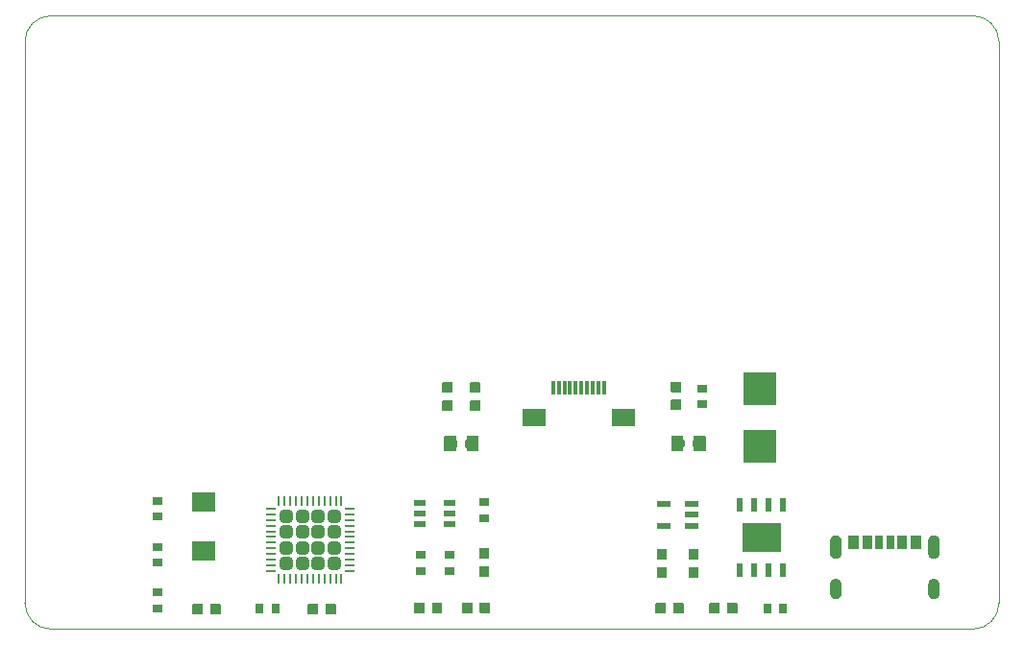
<source format=gbr>
%TF.GenerationSoftware,KiCad,Pcbnew,(6.0.2)*%
%TF.CreationDate,2022-03-14T13:43:41+08:00*%
%TF.ProjectId,game,67616d65-2e6b-4696-9361-645f70636258,0.1*%
%TF.SameCoordinates,Original*%
%TF.FileFunction,Paste,Bot*%
%TF.FilePolarity,Positive*%
%FSLAX46Y46*%
G04 Gerber Fmt 4.6, Leading zero omitted, Abs format (unit mm)*
G04 Created by KiCad (PCBNEW (6.0.2)) date 2022-03-14 13:43:41*
%MOMM*%
%LPD*%
G01*
G04 APERTURE LIST*
G04 Aperture macros list*
%AMRoundRect*
0 Rectangle with rounded corners*
0 $1 Rounding radius*
0 $2 $3 $4 $5 $6 $7 $8 $9 X,Y pos of 4 corners*
0 Add a 4 corners polygon primitive as box body*
4,1,4,$2,$3,$4,$5,$6,$7,$8,$9,$2,$3,0*
0 Add four circle primitives for the rounded corners*
1,1,$1+$1,$2,$3*
1,1,$1+$1,$4,$5*
1,1,$1+$1,$6,$7*
1,1,$1+$1,$8,$9*
0 Add four rect primitives between the rounded corners*
20,1,$1+$1,$2,$3,$4,$5,0*
20,1,$1+$1,$4,$5,$6,$7,0*
20,1,$1+$1,$6,$7,$8,$9,0*
20,1,$1+$1,$8,$9,$2,$3,0*%
G04 Aperture macros list end*
%TA.AperFunction,Profile*%
%ADD10C,0.100000*%
%TD*%
%ADD11R,2.032000X1.778000*%
%ADD12R,0.864000X0.806000*%
%ADD13RoundRect,0.250000X-0.315000X0.315000X-0.315000X-0.315000X0.315000X-0.315000X0.315000X0.315000X0*%
%ADD14RoundRect,0.062500X-0.062500X0.375000X-0.062500X-0.375000X0.062500X-0.375000X0.062500X0.375000X0*%
%ADD15RoundRect,0.062500X-0.375000X0.062500X-0.375000X-0.062500X0.375000X-0.062500X0.375000X0.062500X0*%
%ADD16R,0.900000X0.800000*%
%ADD17O,1.000000X2.100000*%
%ADD18O,1.000000X1.800000*%
%ADD19R,0.700000X1.200000*%
%ADD20R,0.800000X1.200000*%
%ADD21R,0.900000X1.200000*%
%ADD22R,0.300000X1.300000*%
%ADD23R,2.000000X1.600000*%
%ADD24R,1.150000X0.600000*%
%ADD25R,0.806000X0.864000*%
%ADD26R,1.133000X1.377000*%
%ADD27R,0.800000X0.900000*%
%ADD28R,1.100000X0.600000*%
%ADD29R,0.600000X1.200000*%
%ADD30R,3.500000X2.500000*%
%ADD31R,3.000000X3.000000*%
G04 APERTURE END LIST*
D10*
X109550200Y-123291600D02*
X190830200Y-123291600D01*
X190830200Y-123291600D02*
G75*
G03*
X193116200Y-121005600I0J2286000D01*
G01*
X193116200Y-71475600D02*
X193116200Y-121005600D01*
X107264200Y-71475600D02*
X107264200Y-121005600D01*
X193116200Y-71475600D02*
G75*
G03*
X190830200Y-69189600I-2286000J0D01*
G01*
X109550200Y-69189600D02*
X190830200Y-69189600D01*
X107264200Y-121005600D02*
G75*
G03*
X109550200Y-123291600I2286000J0D01*
G01*
X109550200Y-69189600D02*
G75*
G03*
X107264200Y-71475600I0J-2286000D01*
G01*
%TO.C,R1*%
G36*
X164470800Y-103432600D02*
G01*
X164800800Y-103432600D01*
X164800800Y-103062600D01*
X165042800Y-103062600D01*
X165092800Y-103112600D01*
X165092800Y-103912600D01*
X165042800Y-103962600D01*
X164242800Y-103962600D01*
X164192800Y-103912600D01*
X164192800Y-103112600D01*
X164242800Y-103062600D01*
X164470800Y-103062600D01*
X164470800Y-103432600D01*
G37*
G36*
X165092800Y-101522600D02*
G01*
X165092800Y-102312600D01*
X165042800Y-102362600D01*
X164800800Y-102362600D01*
X164800800Y-101982600D01*
X164470800Y-101982600D01*
X164470800Y-102362600D01*
X164242800Y-102362600D01*
X164192800Y-102312600D01*
X164192800Y-101522600D01*
X164242800Y-101472600D01*
X165042800Y-101472600D01*
X165092800Y-101522600D01*
G37*
%TO.C,J2*%
G36*
X182905800Y-116261000D02*
G01*
X182205800Y-116261000D01*
X182205800Y-115061000D01*
X182905800Y-115061000D01*
X182905800Y-116261000D01*
G37*
G36*
X178772800Y-118862000D02*
G01*
X178797800Y-118865000D01*
X178822800Y-118869000D01*
X178846800Y-118874000D01*
X178870800Y-118880000D01*
X178894800Y-118887000D01*
X178918800Y-118896000D01*
X178941800Y-118905000D01*
X178963800Y-118916000D01*
X178985800Y-118928000D01*
X179006800Y-118941000D01*
X179027800Y-118955000D01*
X179047800Y-118970000D01*
X179066800Y-118986000D01*
X179084800Y-119003000D01*
X179102800Y-119021000D01*
X179134800Y-119059000D01*
X179148800Y-119079000D01*
X179162800Y-119100000D01*
X179186800Y-119144000D01*
X179196800Y-119167000D01*
X179205800Y-119190000D01*
X179213800Y-119214000D01*
X179220800Y-119238000D01*
X179225800Y-119262000D01*
X179229800Y-119287000D01*
X179233800Y-119311000D01*
X179235800Y-119361000D01*
X179235800Y-120161000D01*
X179233800Y-120211000D01*
X179229800Y-120236000D01*
X179225800Y-120260000D01*
X179220800Y-120284000D01*
X179213800Y-120308000D01*
X179205800Y-120332000D01*
X179196800Y-120355000D01*
X179186800Y-120378000D01*
X179162800Y-120422000D01*
X179148800Y-120443000D01*
X179134800Y-120463000D01*
X179102800Y-120501000D01*
X179084800Y-120519000D01*
X179066800Y-120536000D01*
X179047800Y-120552000D01*
X179027800Y-120567000D01*
X179006800Y-120581000D01*
X178985800Y-120594000D01*
X178963800Y-120606000D01*
X178941800Y-120617000D01*
X178918800Y-120626000D01*
X178894800Y-120635000D01*
X178870800Y-120642000D01*
X178846800Y-120648000D01*
X178822800Y-120653000D01*
X178797800Y-120657000D01*
X178772800Y-120660000D01*
X178748800Y-120661000D01*
X178723800Y-120661000D01*
X178698800Y-120660000D01*
X178673800Y-120657000D01*
X178648800Y-120653000D01*
X178624800Y-120648000D01*
X178600800Y-120642000D01*
X178576800Y-120635000D01*
X178552800Y-120626000D01*
X178529800Y-120617000D01*
X178507800Y-120606000D01*
X178485800Y-120594000D01*
X178464800Y-120581000D01*
X178443800Y-120567000D01*
X178423800Y-120552000D01*
X178404800Y-120536000D01*
X178386800Y-120519000D01*
X178369800Y-120501000D01*
X178352800Y-120482000D01*
X178336800Y-120463000D01*
X178322800Y-120443000D01*
X178308800Y-120422000D01*
X178296800Y-120400000D01*
X178285800Y-120378000D01*
X178274800Y-120355000D01*
X178265800Y-120332000D01*
X178257800Y-120308000D01*
X178245800Y-120260000D01*
X178241800Y-120236000D01*
X178238800Y-120211000D01*
X178236800Y-120186000D01*
X178235800Y-120161000D01*
X178235800Y-119361000D01*
X178236800Y-119336000D01*
X178238800Y-119311000D01*
X178241800Y-119287000D01*
X178245800Y-119262000D01*
X178257800Y-119214000D01*
X178265800Y-119190000D01*
X178274800Y-119167000D01*
X178285800Y-119144000D01*
X178296800Y-119122000D01*
X178308800Y-119100000D01*
X178322800Y-119079000D01*
X178336800Y-119059000D01*
X178352800Y-119040000D01*
X178369800Y-119021000D01*
X178386800Y-119003000D01*
X178404800Y-118986000D01*
X178423800Y-118970000D01*
X178443800Y-118955000D01*
X178464800Y-118941000D01*
X178485800Y-118928000D01*
X178507800Y-118916000D01*
X178529800Y-118905000D01*
X178552800Y-118896000D01*
X178576800Y-118887000D01*
X178600800Y-118880000D01*
X178624800Y-118874000D01*
X178648800Y-118869000D01*
X178673800Y-118865000D01*
X178698800Y-118862000D01*
X178723800Y-118861000D01*
X178748800Y-118861000D01*
X178772800Y-118862000D01*
G37*
G36*
X187412800Y-118862000D02*
G01*
X187437800Y-118865000D01*
X187462800Y-118869000D01*
X187486800Y-118874000D01*
X187510800Y-118880000D01*
X187534800Y-118887000D01*
X187558800Y-118896000D01*
X187581800Y-118905000D01*
X187603800Y-118916000D01*
X187625800Y-118928000D01*
X187646800Y-118941000D01*
X187667800Y-118955000D01*
X187687800Y-118970000D01*
X187706800Y-118986000D01*
X187724800Y-119003000D01*
X187741800Y-119021000D01*
X187758800Y-119040000D01*
X187773800Y-119059000D01*
X187788800Y-119079000D01*
X187802800Y-119100000D01*
X187814800Y-119122000D01*
X187825800Y-119144000D01*
X187836800Y-119167000D01*
X187845800Y-119190000D01*
X187853800Y-119214000D01*
X187865800Y-119262000D01*
X187869800Y-119287000D01*
X187872800Y-119311000D01*
X187874800Y-119336000D01*
X187875800Y-119361000D01*
X187875800Y-120161000D01*
X187874800Y-120186000D01*
X187872800Y-120211000D01*
X187869800Y-120236000D01*
X187865800Y-120260000D01*
X187853800Y-120308000D01*
X187845800Y-120332000D01*
X187836800Y-120355000D01*
X187825800Y-120378000D01*
X187814800Y-120400000D01*
X187802800Y-120422000D01*
X187788800Y-120443000D01*
X187773800Y-120463000D01*
X187758800Y-120482000D01*
X187741800Y-120501000D01*
X187724800Y-120519000D01*
X187706800Y-120536000D01*
X187687800Y-120552000D01*
X187667800Y-120567000D01*
X187646800Y-120581000D01*
X187625800Y-120594000D01*
X187603800Y-120606000D01*
X187581800Y-120617000D01*
X187558800Y-120626000D01*
X187534800Y-120635000D01*
X187510800Y-120642000D01*
X187486800Y-120648000D01*
X187462800Y-120653000D01*
X187437800Y-120657000D01*
X187412800Y-120660000D01*
X187387800Y-120661000D01*
X187362800Y-120661000D01*
X187338800Y-120660000D01*
X187313800Y-120657000D01*
X187288800Y-120653000D01*
X187264800Y-120648000D01*
X187239800Y-120642000D01*
X187216800Y-120635000D01*
X187192800Y-120626000D01*
X187169800Y-120617000D01*
X187147800Y-120606000D01*
X187125800Y-120594000D01*
X187104800Y-120581000D01*
X187083800Y-120567000D01*
X187063800Y-120552000D01*
X187044800Y-120536000D01*
X187026800Y-120519000D01*
X187008800Y-120501000D01*
X186976800Y-120463000D01*
X186962800Y-120443000D01*
X186948800Y-120422000D01*
X186924800Y-120378000D01*
X186914800Y-120355000D01*
X186905800Y-120332000D01*
X186897800Y-120308000D01*
X186890800Y-120284000D01*
X186880800Y-120236000D01*
X186877800Y-120211000D01*
X186875800Y-120161000D01*
X186875800Y-119361000D01*
X186877800Y-119311000D01*
X186880800Y-119287000D01*
X186885800Y-119262000D01*
X186890800Y-119238000D01*
X186897800Y-119214000D01*
X186905800Y-119190000D01*
X186914800Y-119167000D01*
X186924800Y-119144000D01*
X186948800Y-119100000D01*
X186962800Y-119079000D01*
X186976800Y-119059000D01*
X187008800Y-119021000D01*
X187026800Y-119003000D01*
X187044800Y-118986000D01*
X187063800Y-118970000D01*
X187083800Y-118955000D01*
X187104800Y-118941000D01*
X187125800Y-118928000D01*
X187147800Y-118916000D01*
X187169800Y-118905000D01*
X187192800Y-118896000D01*
X187216800Y-118887000D01*
X187239800Y-118880000D01*
X187264800Y-118874000D01*
X187288800Y-118869000D01*
X187313800Y-118865000D01*
X187338800Y-118862000D01*
X187362800Y-118861000D01*
X187387800Y-118861000D01*
X187412800Y-118862000D01*
G37*
G36*
X181935800Y-116261000D02*
G01*
X181135800Y-116261000D01*
X181135800Y-115061000D01*
X181935800Y-115061000D01*
X181935800Y-116261000D01*
G37*
G36*
X187412800Y-115012000D02*
G01*
X187437800Y-115015000D01*
X187462800Y-115019000D01*
X187486800Y-115024000D01*
X187510800Y-115030000D01*
X187534800Y-115037000D01*
X187558800Y-115046000D01*
X187581800Y-115055000D01*
X187603800Y-115066000D01*
X187625800Y-115078000D01*
X187646800Y-115091000D01*
X187667800Y-115105000D01*
X187687800Y-115120000D01*
X187706800Y-115136000D01*
X187724800Y-115153000D01*
X187741800Y-115171000D01*
X187758800Y-115190000D01*
X187773800Y-115209000D01*
X187788800Y-115229000D01*
X187802800Y-115250000D01*
X187814800Y-115272000D01*
X187825800Y-115294000D01*
X187836800Y-115317000D01*
X187845800Y-115340000D01*
X187853800Y-115364000D01*
X187865800Y-115412000D01*
X187869800Y-115436000D01*
X187872800Y-115461000D01*
X187874800Y-115486000D01*
X187875800Y-115511000D01*
X187875800Y-116611000D01*
X187874800Y-116636000D01*
X187872800Y-116661000D01*
X187869800Y-116686000D01*
X187865800Y-116710000D01*
X187853800Y-116758000D01*
X187845800Y-116782000D01*
X187836800Y-116805000D01*
X187825800Y-116828000D01*
X187814800Y-116850000D01*
X187802800Y-116872000D01*
X187788800Y-116893000D01*
X187773800Y-116913000D01*
X187758800Y-116932000D01*
X187741800Y-116951000D01*
X187724800Y-116969000D01*
X187706800Y-116986000D01*
X187687800Y-117002000D01*
X187667800Y-117017000D01*
X187646800Y-117031000D01*
X187625800Y-117044000D01*
X187603800Y-117056000D01*
X187581800Y-117067000D01*
X187558800Y-117076000D01*
X187534800Y-117085000D01*
X187510800Y-117092000D01*
X187486800Y-117098000D01*
X187462800Y-117103000D01*
X187437800Y-117107000D01*
X187412800Y-117110000D01*
X187387800Y-117111000D01*
X187362800Y-117111000D01*
X187338800Y-117110000D01*
X187313800Y-117107000D01*
X187288800Y-117103000D01*
X187264800Y-117098000D01*
X187239800Y-117092000D01*
X187216800Y-117085000D01*
X187192800Y-117076000D01*
X187169800Y-117067000D01*
X187147800Y-117056000D01*
X187125800Y-117044000D01*
X187104800Y-117031000D01*
X187083800Y-117017000D01*
X187063800Y-117002000D01*
X187044800Y-116986000D01*
X187026800Y-116969000D01*
X187008800Y-116951000D01*
X186976800Y-116913000D01*
X186962800Y-116893000D01*
X186948800Y-116872000D01*
X186924800Y-116828000D01*
X186914800Y-116805000D01*
X186905800Y-116782000D01*
X186897800Y-116758000D01*
X186890800Y-116734000D01*
X186880800Y-116686000D01*
X186877800Y-116661000D01*
X186875800Y-116611000D01*
X186875800Y-115511000D01*
X186877800Y-115461000D01*
X186880800Y-115436000D01*
X186890800Y-115388000D01*
X186897800Y-115364000D01*
X186905800Y-115340000D01*
X186914800Y-115317000D01*
X186924800Y-115294000D01*
X186948800Y-115250000D01*
X186962800Y-115229000D01*
X186976800Y-115209000D01*
X187008800Y-115171000D01*
X187026800Y-115153000D01*
X187044800Y-115136000D01*
X187063800Y-115120000D01*
X187083800Y-115105000D01*
X187104800Y-115091000D01*
X187125800Y-115078000D01*
X187147800Y-115066000D01*
X187169800Y-115055000D01*
X187192800Y-115046000D01*
X187216800Y-115037000D01*
X187239800Y-115030000D01*
X187264800Y-115024000D01*
X187288800Y-115019000D01*
X187313800Y-115015000D01*
X187338800Y-115012000D01*
X187362800Y-115011000D01*
X187387800Y-115011000D01*
X187412800Y-115012000D01*
G37*
G36*
X186255800Y-116261000D02*
G01*
X185355800Y-116261000D01*
X185355800Y-115061000D01*
X186255800Y-115061000D01*
X186255800Y-116261000D01*
G37*
G36*
X184975800Y-116261000D02*
G01*
X184175800Y-116261000D01*
X184175800Y-115061000D01*
X184975800Y-115061000D01*
X184975800Y-116261000D01*
G37*
G36*
X178772800Y-115012000D02*
G01*
X178797800Y-115015000D01*
X178822800Y-115019000D01*
X178846800Y-115024000D01*
X178871800Y-115030000D01*
X178894800Y-115037000D01*
X178918800Y-115046000D01*
X178941800Y-115055000D01*
X178963800Y-115066000D01*
X178985800Y-115078000D01*
X179006800Y-115091000D01*
X179027800Y-115105000D01*
X179047800Y-115120000D01*
X179066800Y-115136000D01*
X179084800Y-115153000D01*
X179102800Y-115171000D01*
X179134800Y-115209000D01*
X179148800Y-115229000D01*
X179162800Y-115250000D01*
X179186800Y-115294000D01*
X179196800Y-115317000D01*
X179205800Y-115340000D01*
X179213800Y-115364000D01*
X179220800Y-115388000D01*
X179230800Y-115436000D01*
X179233800Y-115461000D01*
X179235800Y-115511000D01*
X179235800Y-116611000D01*
X179233800Y-116661000D01*
X179230800Y-116686000D01*
X179220800Y-116734000D01*
X179213800Y-116758000D01*
X179205800Y-116782000D01*
X179196800Y-116805000D01*
X179186800Y-116828000D01*
X179162800Y-116872000D01*
X179148800Y-116893000D01*
X179134800Y-116913000D01*
X179102800Y-116951000D01*
X179084800Y-116969000D01*
X179066800Y-116986000D01*
X179047800Y-117002000D01*
X179027800Y-117017000D01*
X179006800Y-117031000D01*
X178985800Y-117044000D01*
X178963800Y-117056000D01*
X178941800Y-117067000D01*
X178918800Y-117076000D01*
X178894800Y-117085000D01*
X178871800Y-117092000D01*
X178846800Y-117098000D01*
X178822800Y-117103000D01*
X178797800Y-117107000D01*
X178772800Y-117110000D01*
X178748800Y-117111000D01*
X178723800Y-117111000D01*
X178698800Y-117110000D01*
X178673800Y-117107000D01*
X178648800Y-117103000D01*
X178624800Y-117098000D01*
X178600800Y-117092000D01*
X178576800Y-117085000D01*
X178552800Y-117076000D01*
X178529800Y-117067000D01*
X178507800Y-117056000D01*
X178485800Y-117044000D01*
X178464800Y-117031000D01*
X178443800Y-117017000D01*
X178423800Y-117002000D01*
X178404800Y-116986000D01*
X178386800Y-116969000D01*
X178369800Y-116951000D01*
X178352800Y-116932000D01*
X178337800Y-116913000D01*
X178322800Y-116893000D01*
X178308800Y-116872000D01*
X178296800Y-116850000D01*
X178285800Y-116828000D01*
X178274800Y-116805000D01*
X178265800Y-116782000D01*
X178257800Y-116758000D01*
X178245800Y-116710000D01*
X178241800Y-116686000D01*
X178238800Y-116661000D01*
X178236800Y-116636000D01*
X178235800Y-116611000D01*
X178235800Y-115511000D01*
X178236800Y-115486000D01*
X178238800Y-115461000D01*
X178241800Y-115436000D01*
X178245800Y-115412000D01*
X178257800Y-115364000D01*
X178265800Y-115340000D01*
X178274800Y-115317000D01*
X178285800Y-115294000D01*
X178296800Y-115272000D01*
X178308800Y-115250000D01*
X178322800Y-115229000D01*
X178337800Y-115209000D01*
X178352800Y-115190000D01*
X178369800Y-115171000D01*
X178386800Y-115153000D01*
X178404800Y-115136000D01*
X178423800Y-115120000D01*
X178443800Y-115105000D01*
X178464800Y-115091000D01*
X178485800Y-115078000D01*
X178507800Y-115066000D01*
X178529800Y-115055000D01*
X178552800Y-115046000D01*
X178576800Y-115037000D01*
X178600800Y-115030000D01*
X178624800Y-115024000D01*
X178648800Y-115019000D01*
X178673800Y-115015000D01*
X178698800Y-115012000D01*
X178723800Y-115011000D01*
X178748800Y-115011000D01*
X178772800Y-115012000D01*
G37*
G36*
X180755800Y-116261000D02*
G01*
X179855800Y-116261000D01*
X179855800Y-115061000D01*
X180755800Y-115061000D01*
X180755800Y-116261000D01*
G37*
G36*
X183905800Y-116261000D02*
G01*
X183205800Y-116261000D01*
X183205800Y-115061000D01*
X183905800Y-115061000D01*
X183905800Y-116261000D01*
G37*
%TO.C,R2*%
G36*
X144328600Y-103499800D02*
G01*
X144658600Y-103499800D01*
X144658600Y-103129800D01*
X144900600Y-103129800D01*
X144950600Y-103179800D01*
X144950600Y-103979800D01*
X144900600Y-104029800D01*
X144100600Y-104029800D01*
X144050600Y-103979800D01*
X144050600Y-103179800D01*
X144100600Y-103129800D01*
X144328600Y-103129800D01*
X144328600Y-103499800D01*
G37*
G36*
X144950600Y-101589800D02*
G01*
X144950600Y-102379800D01*
X144900600Y-102429800D01*
X144658600Y-102429800D01*
X144658600Y-102049800D01*
X144328600Y-102049800D01*
X144328600Y-102429800D01*
X144100600Y-102429800D01*
X144050600Y-102379800D01*
X144050600Y-101589800D01*
X144100600Y-101539800D01*
X144900600Y-101539800D01*
X144950600Y-101589800D01*
G37*
%TO.C,R6*%
G36*
X163235200Y-118206400D02*
G01*
X163565200Y-118206400D01*
X163565200Y-117836400D01*
X163807200Y-117836400D01*
X163857200Y-117886400D01*
X163857200Y-118686400D01*
X163807200Y-118736400D01*
X163007200Y-118736400D01*
X162957200Y-118686400D01*
X162957200Y-117886400D01*
X163007200Y-117836400D01*
X163235200Y-117836400D01*
X163235200Y-118206400D01*
G37*
G36*
X163857200Y-116296400D02*
G01*
X163857200Y-117086400D01*
X163807200Y-117136400D01*
X163565200Y-117136400D01*
X163565200Y-116756400D01*
X163235200Y-116756400D01*
X163235200Y-117136400D01*
X163007200Y-117136400D01*
X162957200Y-117086400D01*
X162957200Y-116296400D01*
X163007200Y-116246400D01*
X163807200Y-116246400D01*
X163857200Y-116296400D01*
G37*
%TO.C,R11*%
G36*
X122930200Y-121113600D02*
G01*
X122930200Y-121341600D01*
X122560200Y-121341600D01*
X122560200Y-121671600D01*
X122930200Y-121671600D01*
X122930200Y-121913600D01*
X122880200Y-121963600D01*
X122080200Y-121963600D01*
X122030200Y-121913600D01*
X122030200Y-121113600D01*
X122080200Y-121063600D01*
X122880200Y-121063600D01*
X122930200Y-121113600D01*
G37*
G36*
X124520200Y-121113600D02*
G01*
X124520200Y-121913600D01*
X124470200Y-121963600D01*
X123680200Y-121963600D01*
X123630200Y-121913600D01*
X123630200Y-121671600D01*
X124010200Y-121671600D01*
X124010200Y-121341600D01*
X123630200Y-121341600D01*
X123630200Y-121113600D01*
X123680200Y-121063600D01*
X124470200Y-121063600D01*
X124520200Y-121113600D01*
G37*
%TO.C,R7*%
G36*
X148269200Y-121012000D02*
G01*
X148269200Y-121812000D01*
X148219200Y-121862000D01*
X147429200Y-121862000D01*
X147379200Y-121812000D01*
X147379200Y-121570000D01*
X147759200Y-121570000D01*
X147759200Y-121240000D01*
X147379200Y-121240000D01*
X147379200Y-121012000D01*
X147429200Y-120962000D01*
X148219200Y-120962000D01*
X148269200Y-121012000D01*
G37*
G36*
X146679200Y-121012000D02*
G01*
X146679200Y-121240000D01*
X146309200Y-121240000D01*
X146309200Y-121570000D01*
X146679200Y-121570000D01*
X146679200Y-121812000D01*
X146629200Y-121862000D01*
X145829200Y-121862000D01*
X145779200Y-121812000D01*
X145779200Y-121012000D01*
X145829200Y-120962000D01*
X146629200Y-120962000D01*
X146679200Y-121012000D01*
G37*
%TO.C,R8*%
G36*
X148201800Y-116238200D02*
G01*
X148201800Y-117028200D01*
X148151800Y-117078200D01*
X147909800Y-117078200D01*
X147909800Y-116698200D01*
X147579800Y-116698200D01*
X147579800Y-117078200D01*
X147351800Y-117078200D01*
X147301800Y-117028200D01*
X147301800Y-116238200D01*
X147351800Y-116188200D01*
X148151800Y-116188200D01*
X148201800Y-116238200D01*
G37*
G36*
X147579800Y-118148200D02*
G01*
X147909800Y-118148200D01*
X147909800Y-117778200D01*
X148151800Y-117778200D01*
X148201800Y-117828200D01*
X148201800Y-118628200D01*
X148151800Y-118678200D01*
X147351800Y-118678200D01*
X147301800Y-118628200D01*
X147301800Y-117828200D01*
X147351800Y-117778200D01*
X147579800Y-117778200D01*
X147579800Y-118148200D01*
G37*
%TO.C,R9*%
G36*
X165329000Y-121037400D02*
G01*
X165329000Y-121837400D01*
X165279000Y-121887400D01*
X164479000Y-121887400D01*
X164429000Y-121837400D01*
X164429000Y-121609400D01*
X164799000Y-121609400D01*
X164799000Y-121279400D01*
X164429000Y-121279400D01*
X164429000Y-121037400D01*
X164479000Y-120987400D01*
X165279000Y-120987400D01*
X165329000Y-121037400D01*
G37*
G36*
X163729000Y-121037400D02*
G01*
X163729000Y-121279400D01*
X163349000Y-121279400D01*
X163349000Y-121609400D01*
X163729000Y-121609400D01*
X163729000Y-121837400D01*
X163679000Y-121887400D01*
X162889000Y-121887400D01*
X162839000Y-121837400D01*
X162839000Y-121037400D01*
X162889000Y-120987400D01*
X163679000Y-120987400D01*
X163729000Y-121037400D01*
G37*
%TO.C,R4*%
G36*
X170078800Y-121037400D02*
G01*
X170078800Y-121837400D01*
X170028800Y-121887400D01*
X169228800Y-121887400D01*
X169178800Y-121837400D01*
X169178800Y-121609400D01*
X169548800Y-121609400D01*
X169548800Y-121279400D01*
X169178800Y-121279400D01*
X169178800Y-121037400D01*
X169228800Y-120987400D01*
X170028800Y-120987400D01*
X170078800Y-121037400D01*
G37*
G36*
X168478800Y-121037400D02*
G01*
X168478800Y-121279400D01*
X168098800Y-121279400D01*
X168098800Y-121609400D01*
X168478800Y-121609400D01*
X168478800Y-121837400D01*
X168428800Y-121887400D01*
X167638800Y-121887400D01*
X167588800Y-121837400D01*
X167588800Y-121037400D01*
X167638800Y-120987400D01*
X168428800Y-120987400D01*
X168478800Y-121037400D01*
G37*
%TO.C,R3*%
G36*
X146767000Y-103483400D02*
G01*
X147097000Y-103483400D01*
X147097000Y-103113400D01*
X147339000Y-103113400D01*
X147389000Y-103163400D01*
X147389000Y-103963400D01*
X147339000Y-104013400D01*
X146539000Y-104013400D01*
X146489000Y-103963400D01*
X146489000Y-103163400D01*
X146539000Y-103113400D01*
X146767000Y-103113400D01*
X146767000Y-103483400D01*
G37*
G36*
X147389000Y-101573400D02*
G01*
X147389000Y-102363400D01*
X147339000Y-102413400D01*
X147097000Y-102413400D01*
X147097000Y-102033400D01*
X146767000Y-102033400D01*
X146767000Y-102413400D01*
X146539000Y-102413400D01*
X146489000Y-102363400D01*
X146489000Y-101573400D01*
X146539000Y-101523400D01*
X147339000Y-101523400D01*
X147389000Y-101573400D01*
G37*
%TO.C,FB1*%
G36*
X165400400Y-106688600D02*
G01*
X165400400Y-107128600D01*
X165015400Y-107596600D01*
X164327400Y-107596600D01*
X164227400Y-107496600D01*
X164227400Y-106319600D01*
X164327400Y-106219600D01*
X165015400Y-106219600D01*
X165400400Y-106688600D01*
G37*
G36*
X167293400Y-106319600D02*
G01*
X167293400Y-107496600D01*
X167193400Y-107596600D01*
X166505400Y-107596600D01*
X166120400Y-107128600D01*
X166120400Y-106688600D01*
X166505400Y-106219600D01*
X167193400Y-106219600D01*
X167293400Y-106319600D01*
G37*
%TO.C,FB2*%
G36*
X145359800Y-106699800D02*
G01*
X145359800Y-107139800D01*
X144974800Y-107607800D01*
X144286800Y-107607800D01*
X144186800Y-107507800D01*
X144186800Y-106330800D01*
X144286800Y-106230800D01*
X144974800Y-106230800D01*
X145359800Y-106699800D01*
G37*
G36*
X147252800Y-106330800D02*
G01*
X147252800Y-107507800D01*
X147152800Y-107607800D01*
X146464800Y-107607800D01*
X146079800Y-107139800D01*
X146079800Y-106699800D01*
X146464800Y-106230800D01*
X147152800Y-106230800D01*
X147252800Y-106330800D01*
G37*
%TO.C,R12*%
G36*
X134680200Y-121113600D02*
G01*
X134680200Y-121913600D01*
X134630200Y-121963600D01*
X133840200Y-121963600D01*
X133790200Y-121913600D01*
X133790200Y-121671600D01*
X134170200Y-121671600D01*
X134170200Y-121341600D01*
X133790200Y-121341600D01*
X133790200Y-121113600D01*
X133840200Y-121063600D01*
X134630200Y-121063600D01*
X134680200Y-121113600D01*
G37*
G36*
X133090200Y-121113600D02*
G01*
X133090200Y-121341600D01*
X132720200Y-121341600D01*
X132720200Y-121671600D01*
X133090200Y-121671600D01*
X133090200Y-121913600D01*
X133040200Y-121963600D01*
X132240200Y-121963600D01*
X132190200Y-121913600D01*
X132190200Y-121113600D01*
X132240200Y-121063600D01*
X133040200Y-121063600D01*
X133090200Y-121113600D01*
G37*
%TO.C,R5*%
G36*
X166651200Y-116305400D02*
G01*
X166651200Y-117095400D01*
X166601200Y-117145400D01*
X166359200Y-117145400D01*
X166359200Y-116765400D01*
X166029200Y-116765400D01*
X166029200Y-117145400D01*
X165801200Y-117145400D01*
X165751200Y-117095400D01*
X165751200Y-116305400D01*
X165801200Y-116255400D01*
X166601200Y-116255400D01*
X166651200Y-116305400D01*
G37*
G36*
X166029200Y-118215400D02*
G01*
X166359200Y-118215400D01*
X166359200Y-117845400D01*
X166601200Y-117845400D01*
X166651200Y-117895400D01*
X166651200Y-118695400D01*
X166601200Y-118745400D01*
X165801200Y-118745400D01*
X165751200Y-118695400D01*
X165751200Y-117895400D01*
X165801200Y-117845400D01*
X166029200Y-117845400D01*
X166029200Y-118215400D01*
G37*
%TO.C,R10*%
G36*
X144052800Y-121012000D02*
G01*
X144052800Y-121812000D01*
X144002800Y-121862000D01*
X143212800Y-121862000D01*
X143162800Y-121812000D01*
X143162800Y-121570000D01*
X143542800Y-121570000D01*
X143542800Y-121240000D01*
X143162800Y-121240000D01*
X143162800Y-121012000D01*
X143212800Y-120962000D01*
X144002800Y-120962000D01*
X144052800Y-121012000D01*
G37*
G36*
X142462800Y-121012000D02*
G01*
X142462800Y-121240000D01*
X142092800Y-121240000D01*
X142092800Y-121570000D01*
X142462800Y-121570000D01*
X142462800Y-121812000D01*
X142412800Y-121862000D01*
X141612800Y-121862000D01*
X141562800Y-121812000D01*
X141562800Y-121012000D01*
X141612800Y-120962000D01*
X142412800Y-120962000D01*
X142462800Y-121012000D01*
G37*
%TD*%
D11*
%TO.C,Y1*%
X123012200Y-116368600D03*
X123012200Y-112050600D03*
%TD*%
D12*
%TO.C,R1*%
X164642800Y-101964600D03*
X164642800Y-103470600D03*
%TD*%
D13*
%TO.C,U1*%
X134510200Y-114717600D03*
X131710200Y-116117600D03*
X131710200Y-113317600D03*
X134510200Y-117517600D03*
X133110200Y-113317600D03*
X133110200Y-117517600D03*
X131710200Y-114717600D03*
X133110200Y-116117600D03*
X130310200Y-114717600D03*
X131710200Y-117517600D03*
X134510200Y-116117600D03*
X130310200Y-113317600D03*
X130310200Y-117517600D03*
X130310200Y-116117600D03*
X133110200Y-114717600D03*
X134510200Y-113317600D03*
D14*
X129660200Y-111980100D03*
X130160200Y-111980100D03*
X130660200Y-111980100D03*
X131160200Y-111980100D03*
X131660200Y-111980100D03*
X132160200Y-111980100D03*
X132660200Y-111980100D03*
X133160200Y-111980100D03*
X133660200Y-111980100D03*
X134160200Y-111980100D03*
X134660200Y-111980100D03*
X135160200Y-111980100D03*
D15*
X135847700Y-112667600D03*
X135847700Y-113167600D03*
X135847700Y-113667600D03*
X135847700Y-114167600D03*
X135847700Y-114667600D03*
X135847700Y-115167600D03*
X135847700Y-115667600D03*
X135847700Y-116167600D03*
X135847700Y-116667600D03*
X135847700Y-117167600D03*
X135847700Y-117667600D03*
X135847700Y-118167600D03*
D14*
X135160200Y-118855100D03*
X134660200Y-118855100D03*
X134160200Y-118855100D03*
X133660200Y-118855100D03*
X133160200Y-118855100D03*
X132660200Y-118855100D03*
X132160200Y-118855100D03*
X131660200Y-118855100D03*
X131160200Y-118855100D03*
X130660200Y-118855100D03*
X130160200Y-118855100D03*
X129660200Y-118855100D03*
D15*
X128972700Y-118167600D03*
X128972700Y-117667600D03*
X128972700Y-117167600D03*
X128972700Y-116667600D03*
X128972700Y-116167600D03*
X128972700Y-115667600D03*
X128972700Y-115167600D03*
X128972700Y-114667600D03*
X128972700Y-114167600D03*
X128972700Y-113667600D03*
X128972700Y-113167600D03*
X128972700Y-112667600D03*
%TD*%
D16*
%TO.C,C3*%
X118948200Y-113385600D03*
X118948200Y-111985600D03*
%TD*%
D17*
%TO.C,J2*%
X187375800Y-116061000D03*
X178735800Y-116061000D03*
D18*
X187375800Y-119761000D03*
X178735800Y-119761000D03*
D19*
X183555800Y-115661000D03*
D20*
X181535800Y-115661000D03*
D21*
X180305800Y-115661000D03*
D19*
X182555800Y-115661000D03*
D20*
X184575800Y-115661000D03*
D21*
X185805800Y-115661000D03*
%TD*%
D22*
%TO.C,J1*%
X158307200Y-101987600D03*
X157807200Y-101987600D03*
X157307200Y-101987600D03*
X156807200Y-101987600D03*
X156307200Y-101987600D03*
X155807200Y-101987600D03*
X155307200Y-101987600D03*
X154807200Y-101987600D03*
X154307200Y-101987600D03*
X153807200Y-101987600D03*
D23*
X160007200Y-104667600D03*
X152107200Y-104667600D03*
%TD*%
D24*
%TO.C,IC1*%
X166028800Y-112257800D03*
X166028800Y-113207800D03*
X166028800Y-114157800D03*
X163528800Y-114157800D03*
X163528800Y-112257800D03*
%TD*%
D12*
%TO.C,R2*%
X144500600Y-102031800D03*
X144500600Y-103537800D03*
%TD*%
%TO.C,R6*%
X163407200Y-116738400D03*
X163407200Y-118244400D03*
%TD*%
D25*
%TO.C,R11*%
X124028200Y-121513600D03*
X122522200Y-121513600D03*
%TD*%
%TO.C,R7*%
X147777200Y-121412000D03*
X146271200Y-121412000D03*
%TD*%
D12*
%TO.C,R8*%
X147751800Y-116680200D03*
X147751800Y-118186200D03*
%TD*%
D25*
%TO.C,R9*%
X163331000Y-121437400D03*
X164837000Y-121437400D03*
%TD*%
D16*
%TO.C,C5*%
X144678400Y-118138400D03*
X144678400Y-116738400D03*
%TD*%
D25*
%TO.C,R4*%
X168080800Y-121437400D03*
X169586800Y-121437400D03*
%TD*%
D12*
%TO.C,R3*%
X146939000Y-102015400D03*
X146939000Y-103521400D03*
%TD*%
D26*
%TO.C,FB1*%
X164794400Y-106908600D03*
X166726400Y-106908600D03*
%TD*%
%TO.C,FB2*%
X144753800Y-106919800D03*
X146685800Y-106919800D03*
%TD*%
D27*
%TO.C,C4*%
X172682600Y-121488200D03*
X174082600Y-121488200D03*
%TD*%
D16*
%TO.C,C6*%
X142138400Y-116738400D03*
X142138400Y-118138400D03*
%TD*%
D28*
%TO.C,IC2*%
X144683000Y-112130800D03*
X144683000Y-113080800D03*
X144683000Y-114030800D03*
X142083000Y-114030800D03*
X142083000Y-113080800D03*
X142083000Y-112130800D03*
%TD*%
D25*
%TO.C,R12*%
X134188200Y-121513600D03*
X132682200Y-121513600D03*
%TD*%
D16*
%TO.C,C7*%
X118948200Y-121451600D03*
X118948200Y-120051600D03*
%TD*%
D27*
%TO.C,C8*%
X127962200Y-121513600D03*
X129362200Y-121513600D03*
%TD*%
D12*
%TO.C,R5*%
X166201200Y-116747400D03*
X166201200Y-118253400D03*
%TD*%
D16*
%TO.C,C9*%
X118948200Y-116049600D03*
X118948200Y-117449600D03*
%TD*%
D29*
%TO.C,IC3*%
X174091600Y-118122400D03*
X172821600Y-118122400D03*
X171551600Y-118122400D03*
X170281600Y-118122400D03*
X170281600Y-112306400D03*
X171551600Y-112306400D03*
X172821600Y-112306400D03*
X174091600Y-112306400D03*
D30*
X172186600Y-115214400D03*
%TD*%
D31*
%TO.C,B1*%
X172008800Y-102133400D03*
X172008800Y-107213400D03*
%TD*%
D16*
%TO.C,C1*%
X166928800Y-102057200D03*
X166928800Y-103457200D03*
%TD*%
%TO.C,C2*%
X147751800Y-113512600D03*
X147751800Y-112112600D03*
%TD*%
D25*
%TO.C,R10*%
X143560800Y-121412000D03*
X142054800Y-121412000D03*
%TD*%
M02*

</source>
